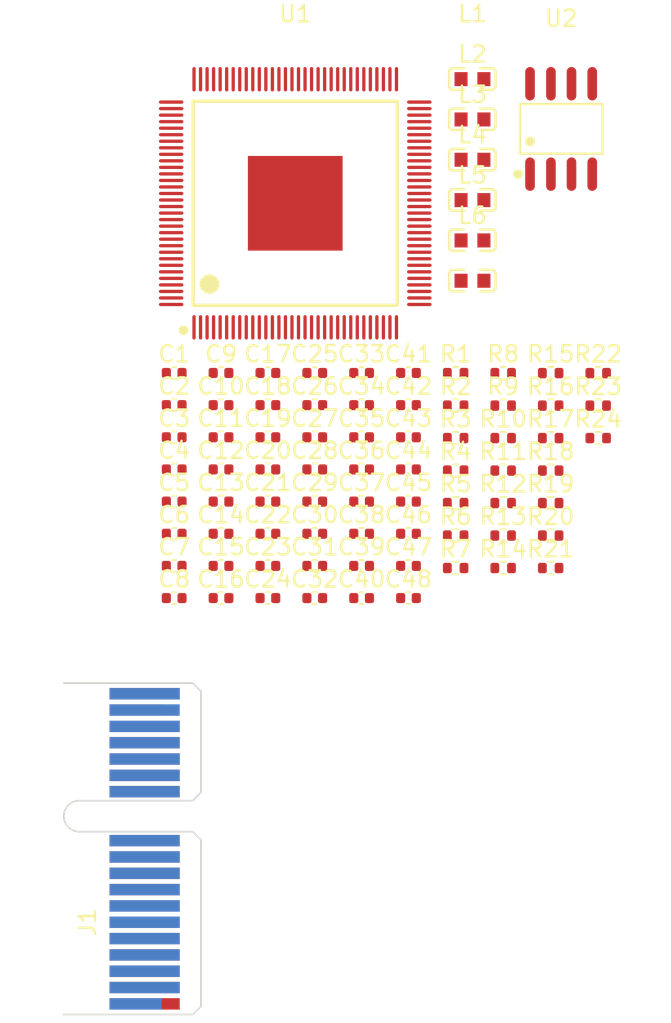
<source format=kicad_pcb>
(kicad_pcb (version 20221018) (generator pcbnew)
  (layers (0 "F.Cu" signal) (31 "B.Cu" signal) (34 "B.Paste" user) (35 "F.Paste" user) (36 "B.SilkS" user "B.Silkscreen") (37 "F.SilkS" user "F.Silkscreen") (38 "B.Mask" user) (39 "F.Mask" user) (44 "Edge.Cuts" user))
  (net 0 "")
  (net 1 "GND")
  (net 2 "/PCIE_SWITCH/+1.0V")
  (net 3 "/PCIE_SWITCH/+CVDDR")
  (net 4 "/PCIE_SWITCH/3.3V_PCIE")
  (net 5 "/PCIE_SWITCH/PCIE_RX_P")
  (net 6 "/PCIE_SWITCH/PET(0)_P")
  (net 7 "/PCIE_SWITCH/PCIE_RX_N")
  (net 8 "/PCIE_SWITCH/PET(0)_N")
  (net 9 "/PCIE_SWITCH/+VDDCAUX")
  (net 10 "/PCIE_SWITCH/+AVDDH")
  (net 11 "/PCIE_SWITCH/+AVDD")
  (net 12 "/PCIE_SWITCH/+VAUX")
  (net 13 "/PCIE_SWITCH/U1-REFLCOK_P")
  (net 14 "/PCIE_SWITCH/REFCLKO0_P")
  (net 15 "/PCIE_SWITCH/U1-REFLCOK_N")
  (net 16 "/PCIE_SWITCH/REFCLKO0_N")
  (net 17 "/PCIE_SWITCH/PET(1)_P")
  (net 18 "/PCIE_SWITCH/PCIe_TX_P(1)")
  (net 19 "/PCIE_SWITCH/PET(2)_P")
  (net 20 "/PCIE_SWITCH/PCIe_TX_P(2)")
  (net 21 "/PCIE_SWITCH/REFCLK(2)_N")
  (net 22 "/PCIE_SWITCH/REFCLCK_N(2)")
  (net 23 "/PCIE_SWITCH/PET(3)_P")
  (net 24 "/PCIE_SWITCH/PCIe_TX_P(3)")
  (net 25 "/PCIE_SWITCH/REFCLK(3)_N")
  (net 26 "/PCIE_SWITCH/REFCLCK_N(3)")
  (net 27 "/PCIE_SWITCH/REFCLK(1)_N")
  (net 28 "/PCIE_SWITCH/REFCLCK_N(1)")
  (net 29 "/PCIE_SWITCH/REFCLK(2)_P")
  (net 30 "/PCIE_SWITCH/REFCLCK_P(2)")
  (net 31 "/PCIE_SWITCH/REFCLK(3)_P")
  (net 32 "/PCIE_SWITCH/REFCLCK_P(3)")
  (net 33 "/PCIE_SWITCH/PET(1)_N")
  (net 34 "/PCIE_SWITCH/PCIe_TX_N(1)")
  (net 35 "/PCIE_SWITCH/REFCLK(1)_P")
  (net 36 "/PCIE_SWITCH/REFCLCK_P(1)")
  (net 37 "/PCIE_SWITCH/PET(2)_N")
  (net 38 "/PCIE_SWITCH/PCIe_TX_N(2)")
  (net 39 "/PCIE_SWITCH/PET(3)_N")
  (net 40 "/PCIE_SWITCH/PCIe_TX_N(3)")
  (net 42 "/PCIE_UPSTREAM/12V-PCIE")
  (net 47 "/PCIE_UPSTREAM/3.3V-PCIE")
  (net 48 "/PCIE_UPSTREAM/PCIE_N_RESET")
  (net 49 "/PCIE_UPSTREAM/PCIE_REFCLK_P")
  (net 50 "/PCIE_UPSTREAM/PCIE_REFCLK_N")
  (net 51 "/PCIE_UPSTREAM/PCIE_RX_P")
  (net 52 "/PCIE_UPSTREAM/PCIE_RX_N")
  (net 58 "/PCIE_UPSTREAM/PCIE_TX_P")
  (net 59 "/PCIE_UPSTREAM/PCIE_TX_N")
  (net 61 "/PCIE_SWITCH/+3.3V")
  (net 62 "/PCIE_SWITCH/CLOCKREQ_(0)")
  (net 63 "Net-(U1-TEST1)")
  (net 64 "Net-(U1-TEST2)")
  (net 65 "Net-(U1-TEST3)")
  (net 66 "Net-(U1-TEST5)")
  (net 67 "Net-(U1-SLOTCLK)")
  (net 68 "Net-(U1-GPIO[5])")
  (net 69 "Net-(U1-GPIO[6])")
  (net 70 "Net-(U1-GPIO[7])")
  (net 71 "Net-(U1-TEST6)")
  (net 72 "Net-(U1-PL_512B)")
  (net 73 "Net-(U1-PRSNT[1])")
  (net 74 "Net-(U1-PRSNT[2])")
  (net 75 "Net-(U1-PRSNT[3])")
  (net 76 "Net-(U1-IREF)")
  (net 77 "Net-(U1-REXT)")
  (net 78 "Net-(U1-REXT_GND)")
  (net 79 "Net-(U1-TRST_L)")
  (net 80 "Net-(U1-TMS)")
  (net 81 "/PCIE_SWITCH/EEPD")
  (net 82 "/PCIE_SWITCH/EECLK")
  (net 83 "/PCIE_SWITCH/CLOCKREQ_(1)")
  (net 84 "/PCIE_SWITCH/CLOCKREQ_(2)")
  (net 85 "/PCIE_SWITCH/CLOCKREQ_(3)")
  (net 86 "Net-(U2-~{WC})")
  (net 87 "/PCIE_SWITCH/DWNRST_L(1)")
  (net 88 "/PCIE_SWITCH/DWNRST_L(2)")
  (net 89 "/PCIE_SWITCH/DWNRST_L(3)")
  (net 90 "/PCIE_SWITCH/PERST_L")
  (net 94 "/PCIE_SWITCH/IO_SCL")
  (net 95 "/PCIE_SWITCH/IO_SDA")
  (net 116 "/PCIE_SWITCH/REFCLK(0)_N")
  (net 117 "/PCIE_SWITCH/REFCLK(0)_P")
  (net 121 "/PCIE_SWITCH/PER(1)_P")
  (net 122 "/PCIE_SWITCH/PER(1)_N")
  (net 123 "/PCIE_SWITCH/PER(2)_P")
  (net 124 "/PCIE_SWITCH/PER(2)_N")
  (net 126 "/PCIE_SWITCH/PER(3)_N")
  (net 127 "/PCIE_SWITCH/PER(3)_P")
  (net 128 "/PCIE_SWITCH/PER(0)_N")
  (net 129 "/PCIE_SWITCH/PER(0)_P")
  (footprint "Capacitor_SMD:C_0402_1005Metric" (layer "F.Cu") (at 78.2 74.7)
    (fp_text reference "C22" (at 0 -1.16) (layer "F.SilkS"))
    (fp_text value "100n")
    (pad "1" smd roundrect (at -0.48 0) (size 0.56 0.62) (layers "F.Cu" "F.Paste" "F.Mask") (net 1 "GND"))
    (pad "2" smd roundrect (at 0.48 0) (size 0.56 0.62) (layers "F.Cu" "F.Paste" "F.Mask") (net 2 "/PCIE_SWITCH/+1.0V"))
  )
  (footprint "Resistor_SMD:R_0402_1005Metric" (layer "F.Cu") (at 89.7 68.84)
    (fp_text reference "R3" (at 0 -1.17) (layer "F.SilkS"))
    (fp_text value "5.1k")
    (pad "1" smd roundrect (at -0.51 0) (size 0.54 0.64) (layers "F.Cu" "F.Paste" "F.Mask") (net 4 "/PCIE_SWITCH/3.3V_PCIE"))
    (pad "2" smd roundrect (at 0.51 0) (size 0.54 0.64) (layers "F.Cu" "F.Paste" "F.Mask") (net 64 "Net-(U1-TEST2)"))
  )
  (footprint "Capacitor_SMD:C_0402_1005Metric" (layer "F.Cu") (at 83.94 68.79)
    (fp_text reference "C35" (at 0 -1.16) (layer "F.SilkS"))
    (fp_text value "100n")
    (pad "1" smd roundrect (at -0.48 0) (size 0.56 0.62) (layers "F.Cu" "F.Paste" "F.Mask") (net 15 "/PCIE_SWITCH/U1-REFLCOK_N"))
    (pad "2" smd roundrect (at 0.48 0) (size 0.56 0.62) (layers "F.Cu" "F.Paste" "F.Mask") (net 16 "/PCIE_SWITCH/REFCLKO0_N"))
  )
  (footprint "Capacitor_SMD:C_0402_1005Metric" (layer "F.Cu") (at 86.81 66.82)
    (fp_text reference "C42" (at 0 -1.16) (layer "F.SilkS"))
    (fp_text value "100n")
    (pad "1" smd roundrect (at -0.48 0) (size 0.56 0.62) (layers "F.Cu" "F.Paste" "F.Mask") (net 29 "/PCIE_SWITCH/REFCLK(2)_P"))
    (pad "2" smd roundrect (at 0.48 0) (size 0.56 0.62) (layers "F.Cu" "F.Paste" "F.Mask") (net 30 "/PCIE_SWITCH/REFCLCK_P(2)"))
  )
  (footprint "Resistor_SMD:R_0402_1005Metric" (layer "F.Cu") (at 89.7 74.81)
    (fp_text reference "R6" (at 0 -1.17) (layer "F.SilkS"))
    (fp_text value "330")
    (pad "1" smd roundrect (at -0.51 0) (size 0.54 0.64) (layers "F.Cu" "F.Paste" "F.Mask") (net 4 "/PCIE_SWITCH/3.3V_PCIE"))
    (pad "2" smd roundrect (at 0.51 0) (size 0.54 0.64) (layers "F.Cu" "F.Paste" "F.Mask") (net 67 "Net-(U1-SLOTCLK)"))
  )
  (footprint "NEW:L0603" (layer "F.Cu") (at 90.73 59.2)
    (fp_text reference "L6" (at 0 -4) (layer "F.SilkS"))
    (fp_text value "MPZ1608D101BTA00")
    (pad "1" smd rect (at -0.7 0 180) (size 0.8 0.86) (layers "F.Cu" "F.Paste" "F.Mask") (net 11 "/PCIE_SWITCH/+AVDD"))
    (pad "2" smd rect (at 0.7 0 180) (size 0.8 0.86) (layers "F.Cu" "F.Paste" "F.Mask") (net 2 "/PCIE_SWITCH/+1.0V"))
  )
  (footprint "Capacitor_SMD:C_0402_1005Metric" (layer "F.Cu") (at 72.46 78.64)
    (fp_text reference "C8" (at 0 -1.16) (layer "F.SilkS"))
    (fp_text value "100n")
    (pad "1" smd roundrect (at -0.48 0) (size 0.56 0.62) (layers "F.Cu" "F.Paste" "F.Mask") (net 3 "/PCIE_SWITCH/+CVDDR"))
    (pad "2" smd roundrect (at 0.48 0) (size 0.56 0.62) (layers "F.Cu" "F.Paste" "F.Mask") (net 1 "GND"))
  )
  (footprint "Resistor_SMD:R_0402_1005Metric" (layer "F.Cu") (at 89.7 66.85)
    (fp_text reference "R2" (at 0 -1.17) (layer "F.SilkS"))
    (fp_text value "5.1k")
    (pad "1" smd roundrect (at -0.51 0) (size 0.54 0.64) (layers "F.Cu" "F.Paste" "F.Mask") (net 4 "/PCIE_SWITCH/3.3V_PCIE"))
    (pad "2" smd roundrect (at 0.51 0) (size 0.54 0.64) (layers "F.Cu" "F.Paste" "F.Mask") (net 63 "Net-(U1-TEST1)"))
  )
  (footprint "Capacitor_SMD:C_0402_1005Metric" (layer "F.Cu") (at 72.46 76.67)
    (fp_text reference "C7" (at 0 -1.16) (layer "F.SilkS"))
    (fp_text value "100n")
    (pad "1" smd roundrect (at -0.48 0) (size 0.56 0.62) (layers "F.Cu" "F.Paste" "F.Mask") (net 1 "GND"))
    (pad "2" smd roundrect (at 0.48 0) (size 0.56 0.62) (layers "F.Cu" "F.Paste" "F.Mask") (net 2 "/PCIE_SWITCH/+1.0V"))
  )
  (footprint "Capacitor_SMD:C_0402_1005Metric" (layer "F.Cu") (at 72.46 74.7)
    (fp_text reference "C6" (at 0 -1.16) (layer "F.SilkS"))
    (fp_text value "100n")
    (pad "1" smd roundrect (at -0.48 0) (size 0.56 0.62) (layers "F.Cu" "F.Paste" "F.Mask") (net 4 "/PCIE_SWITCH/3.3V_PCIE"))
    (pad "2" smd roundrect (at 0.48 0) (size 0.56 0.62) (layers "F.Cu" "F.Paste" "F.Mask") (net 1 "GND"))
  )
  (footprint "NEW:L0603" (layer "F.Cu") (at 90.73 56.73)
    (fp_text reference "L5" (at 0 -4) (layer "F.SilkS"))
    (fp_text value "MPZ1608D101BTA00")
    (pad "1" smd rect (at -0.7 0 180) (size 0.8 0.86) (layers "F.Cu" "F.Paste" "F.Mask") (net 12 "/PCIE_SWITCH/+VAUX"))
    (pad "2" smd rect (at 0.7 0 180) (size 0.8 0.86) (layers "F.Cu" "F.Paste" "F.Mask") (net 4 "/PCIE_SWITCH/3.3V_PCIE"))
  )
  (footprint "Capacitor_SMD:C_0402_1005Metric" (layer "F.Cu") (at 86.81 70.76)
    (fp_text reference "C44" (at 0 -1.16) (layer "F.SilkS"))
    (fp_text value "100n")
    (pad "1" smd roundrect (at -0.48 0) (size 0.56 0.62) (layers "F.Cu" "F.Paste" "F.Mask") (net 33 "/PCIE_SWITCH/PET(1)_N"))
    (pad "2" smd roundrect (at 0.48 0) (size 0.56 0.62) (layers "F.Cu" "F.Paste" "F.Mask") (net 34 "/PCIE_SWITCH/PCIe_TX_N(1)"))
  )
  (footprint "Capacitor_SMD:C_0402_1005Metric" (layer "F.Cu") (at 75.33 76.67)
    (fp_text reference "C15" (at 0 -1.16) (layer "F.SilkS"))
    (fp_text value "100n")
    (pad "1" smd roundrect (at -0.48 0) (size 0.56 0.62) (layers "F.Cu" "F.Paste" "F.Mask") (net 7 "/PCIE_SWITCH/PCIE_RX_N"))
    (pad "2" smd roundrect (at 0.48 0) (size 0.56 0.62) (layers "F.Cu" "F.Paste" "F.Mask") (net 8 "/PCIE_SWITCH/PET(0)_N"))
  )
  (footprint "Capacitor_SMD:C_0402_1005Metric" (layer "F.Cu") (at 75.33 72.73)
    (fp_text reference "C13" (at 0 -1.16) (layer "F.SilkS"))
    (fp_text value "100n")
    (pad "1" smd roundrect (at -0.48 0) (size 0.56 0.62) (layers "F.Cu" "F.Paste" "F.Mask") (net 1 "GND"))
    (pad "2" smd roundrect (at 0.48 0) (size 0.56 0.62) (layers "F.Cu" "F.Paste" "F.Mask") (net 2 "/PCIE_SWITCH/+1.0V"))
  )
  (footprint "Resistor_SMD:R_0402_1005Metric" (layer "F.Cu") (at 92.61 74.81)
    (fp_text reference "R13" (at 0 -1.17) (layer "F.SilkS"))
    (fp_text value "1k")
    (pad "1" smd roundrect (at -0.51 0) (size 0.54 0.64) (layers "F.Cu" "F.Paste" "F.Mask") (net 1 "GND"))
    (pad "2" smd roundrect (at 0.51 0) (size 0.54 0.64) (layers "F.Cu" "F.Paste" "F.Mask") (net 74 "Net-(U1-PRSNT[2])"))
  )
  (footprint "Capacitor_SMD:C_0402_1005Metric" (layer "F.Cu") (at 78.2 68.79)
    (fp_text reference "C19" (at 0 -1.16) (layer "F.SilkS"))
    (fp_text value "100n")
    (pad "1" smd roundrect (at -0.48 0) (size 0.56 0.62) (layers "F.Cu" "F.Paste" "F.Mask") (net 9 "/PCIE_SWITCH/+VDDCAUX"))
    (pad "2" smd roundrect (at 0.48 0) (size 0.56 0.62) (layers "F.Cu" "F.Paste" "F.Mask") (net 1 "GND"))
  )
  (footprint "Resistor_SMD:R_0402_1005Metric" (layer "F.Cu") (at 95.52 70.83)
    (fp_text reference "R18" (at 0 -1.17) (layer "F.SilkS"))
    (fp_text value "330")
    (pad "1" smd roundrect (at -0.51 0) (size 0.54 0.64) (layers "F.Cu" "F.Paste" "F.Mask") (net 80 "Net-(U1-TMS)"))
    (pad "2" smd roundrect (at 0.51 0) (size 0.54 0.64) (layers "F.Cu" "F.Paste" "F.Mask") (net 1 "GND"))
  )
  (footprint "Resistor_SMD:R_0402_1005Metric" (layer "F.Cu") (at 95.52 68.84)
    (fp_text reference "R17" (at 0 -1.17) (layer "F.SilkS"))
    (fp_text value "330")
    (pad "1" smd roundrect (at -0.51 0) (size 0.54 0.64) (layers "F.Cu" "F.Paste" "F.Mask") (net 79 "Net-(U1-TRST_L)"))
    (pad "2" smd roundrect (at 0.51 0) (size 0.54 0.64) (layers "F.Cu" "F.Paste" "F.Mask") (net 1 "GND"))
  )
  (footprint "Capacitor_SMD:C_0402_1005Metric" (layer "F.Cu") (at 81.07 72.73)
    (fp_text reference "C29" (at 0 -1.16) (layer "F.SilkS"))
    (fp_text value "100n")
    (pad "1" smd roundrect (at -0.48 0) (size 0.56 0.62) (layers "F.Cu" "F.Paste" "F.Mask") (net 11 "/PCIE_SWITCH/+AVDD"))
    (pad "2" smd roundrect (at 0.48 0) (size 0.56 0.62) (layers "F.Cu" "F.Paste" "F.Mask") (net 1 "GND"))
  )
  (footprint "Capacitor_SMD:C_0402_1005Metric" (layer "F.Cu") (at 75.33 78.64)
    (fp_text reference "C16" (at 0 -1.16) (layer "F.SilkS"))
    (fp_text value "100n")
    (pad "1" smd roundrect (at -0.48 0) (size 0.56 0.62) (layers "F.Cu" "F.Paste" "F.Mask") (net 4 "/PCIE_SWITCH/3.3V_PCIE"))
    (pad "2" smd roundrect (at 0.48 0) (size 0.56 0.62) (layers "F.Cu" "F.Paste" "F.Mask") (net 1 "GND"))
  )
  (footprint "Capacitor_SMD:C_0402_1005Metric" (layer "F.Cu") (at 86.81 76.67)
    (fp_text reference "C47" (at 0 -1.16) (layer "F.SilkS"))
    (fp_text value "100n")
    (pad "1" smd roundrect (at -0.48 0) (size 0.56 0.62) (layers "F.Cu" "F.Paste" "F.Mask") (net 39 "/PCIE_SWITCH/PET(3)_N"))
    (pad "2" smd roundrect (at 0.48 0) (size 0.56 0.62) (layers "F.Cu" "F.Paste" "F.Mask") (net 40 "/PCIE_SWITCH/PCIe_TX_N(3)"))
  )
  (footprint "Capacitor_SMD:C_0402_1005Metric" (layer "F.Cu") (at 83.94 64.85)
    (fp_text reference "C33" (at 0 -1.16) (layer "F.SilkS"))
    (fp_text value "10u")
    (pad "1" smd roundrect (at -0.48 0) (size 0.56 0.62) (layers "F.Cu" "F.Paste" "F.Mask") (net 11 "/PCIE_SWITCH/+AVDD"))
    (pad "2" smd roundrect (at 0.48 0) (size 0.56 0.62) (layers "F.Cu" "F.Paste" "F.Mask") (net 1 "GND"))
  )
  (footprint "Capacitor_SMD:C_0402_1005Metric" (layer "F.Cu") (at 72.46 70.76)
    (fp_text reference "C4" (at 0 -1.16) (layer "F.SilkS"))
    (fp_text value "100n")
    (pad "1" smd roundrect (at -0.48 0) (size 0.56 0.62) (layers "F.Cu" "F.Paste" "F.Mask") (net 1 "GND"))
    (pad "2" smd roundrect (at 0.48 0) (size 0.56 0.62) (layers "F.Cu" "F.Paste" "F.Mask") (net 2 "/PCIE_SWITCH/+1.0V"))
  )
  (footprint "Resistor_SMD:R_0402_1005Metric" (layer "F.Cu") (at 92.61 64.86)
    (fp_text reference "R8" (at 0 -1.17) (layer "F.SilkS"))
    (fp_text value "10k")
    (pad "1" smd roundrect (at -0.51 0) (size 0.54 0.64) (layers "F.Cu" "F.Paste" "F.Mask") (net 69 "Net-(U1-GPIO[6])"))
    (pad "2" smd roundrect (at 0.51 0) (size 0.54 0.64) (layers "F.Cu" "F.Paste" "F.Mask") (net 1 "GND"))
  )
  (footprint "Capacitor_SMD:C_0402_1005Metric" (layer "F.Cu") (at 81.07 78.64)
    (fp_text reference "C32" (at 0 -1.16) (layer "F.SilkS"))
    (fp_text value "100n")
    (pad "1" smd roundrect (at -0.48 0) (size 0.56 0.62) (layers "F.Cu" "F.Paste" "F.Mask") (net 11 "/PCIE_SWITCH/+AVDD"))
    (pad "2" smd roundrect (at 0.48 0) (size 0.56 0.62) (layers "F.Cu" "F.Paste" "F.Mask") (net 1 "GND"))
  )
  (footprint "Capacitor_SMD:C_0402_1005Metric" (layer "F.Cu") (at 75.33 70.76)
    (fp_text reference "C12" (at 0 -1.16) (layer "F.SilkS"))
    (fp_text value "100n")
    (pad "1" smd roundrect (at -0.48 0) (size 0.56 0.62) (layers "F.Cu" "F.Paste" "F.Mask") (net 4 "/PCIE_SWITCH/3.3V_PCIE"))
    (pad "2" smd roundrect (at 0.48 0) (size 0.56 0.62) (layers "F.Cu" "F.Paste" "F.Mask") (net 1 "GND"))
  )
  (footprint "Capacitor_SMD:C_0402_1005Metric" (layer "F.Cu") (at 75.33 66.82)
    (fp_text reference "C10" (at 0 -1.16) (layer "F.SilkS"))
    (fp_text value "100n")
    (pad "1" smd roundrect (at -0.48 0) (size 0.56 0.62) (layers "F.Cu" "F.Paste" "F.Mask") (net 1 "GND"))
    (pad "2" smd roundrect (at 0.48 0) (size 0.56 0.62) (layers "F.Cu" "F.Paste" "F.Mask") (net 2 "/PCIE_SWITCH/+1.0V"))
  )
  (footprint "Capacitor_SMD:C_0402_1005Metric" (layer "F.Cu") (at 72.46 66.82)
    (fp_text reference "C2" (at 0 -1.16) (layer "F.SilkS"))
    (fp_text value "100n")
    (pad "1" smd roundrect (at -0.48 0) (size 0.56 0.62) (layers "F.Cu" "F.Paste" "F.Mask") (net 3 "/PCIE_SWITCH/+CVDDR"))
    (pad "2" smd roundrect (at 0.48 0) (size 0.56 0.62) (layers "F.Cu" "F.Paste" "F.Mask") (net 1 "GND"))
  )
  (footprint "Capacitor_SMD:C_0402_1005Metric" (layer "F.Cu") (at 72.46 64.85)
    (fp_text reference "C1" (at 0 -1.16) (layer "F.SilkS"))
    (fp_text value "100n")
    (pad "1" smd roundrect (at -0.48 0) (size 0.56 0.62) (layers "F.Cu" "F.Paste" "F.Mask") (net 1 "GND"))
    (pad "2" smd roundrect (at 0.48 0) (size 0.56 0.62) (layers "F.Cu" "F.Paste" "F.Mask") (net 2 "/PCIE_SWITCH/+1.0V"))
  )
  (footprint "Capacitor_SMD:C_0402_1005Metric" (layer "F.Cu") (at 83.94 74.7)
    (fp_text reference "C38" (at 0 -1.16) (layer "F.SilkS"))
    (fp_text value "100n")
    (pad "1" smd roundrect (at -0.48 0) (size 0.56 0.62) (layers "F.Cu" "F.Paste" "F.Mask") (net 21 "/PCIE_SWITCH/REFCLK(2)_N"))
    (pad "2" smd roundrect (at 0.48 0) (size 0.56 0.62) (layers "F.Cu" "F.Paste" "F.Mask") (net 22 "/PCIE_SWITCH/REFCLCK_N(2)"))
  )
  (footprint "Capacitor_SMD:C_0402_1005Metric" (layer "F.Cu") (at 81.07 74.7)
    (fp_text reference "C30" (at 0 -1.16) (layer "F.SilkS"))
    (fp_text value "100n")
    (pad "1" smd roundrect (at -0.48 0) (size 0.56 0.62) (layers "F.Cu" "F.Paste" "F.Mask") (net 12 "/PCIE_SWITCH/+VAUX"))
    (pad "2" smd roundrect (at 0.48 0) (size 0.56 0.62) (layers "F.Cu" "F.Paste" "F.Mask") (net 1 "GND"))
  )
  (footprint "Resistor_SMD:R_0402_1005Metric" (layer "F.Cu") (at 89.7 76.8)
    (fp_text reference "R7" (at 0 -1.17) (layer "F.SilkS"))
    (fp_text value "10k")
    (pad "1" smd roundrect (at -0.51 0) (size 0.54 0.64) (layers "F.Cu" "F.Paste" "F.Mask") (net 68 "Net-(U1-GPIO[5])"))
    (pad "2" smd roundrect (at 0.51 0) (size 0.54 0.64) (layers "F.Cu" "F.Paste" "F.Mask") (net 1 "GND"))
  )
  (footprint "Resistor_SMD:R_0402_1005Metric" (layer "F.Cu") (at 92.61 66.85)
    (fp_text reference "R9" (at 0 -1.17) (layer "F.SilkS"))
    (fp_text value "10k")
    (pad "1" smd roundrect (at -0.51 0) (size 0.54 0.64) (layers "F.Cu" "F.Paste" "F.Mask") (net 70 "Net-(U1-GPIO[7])"))
    (pad "2" smd roundrect (at 0.51 0) (size 0.54 0.64) (layers "F.Cu" "F.Paste" "F.Mask") (net 1 "GND"))
  )
  (footprint "Resistor_SMD:R_0402_1005Metric" (layer "F.Cu") (at 98.43 64.86)
    (fp_text reference "R22" (at 0 -1.17) (layer "F.SilkS"))
    (fp_text value "330")
    (pad "1" smd roundrect (at -0.51 0) (size 0.54 0.64) (layers "F.Cu" "F.Paste" "F.Mask") (net 84 "/PCIE_SWITCH/CLOCKREQ_(2)"))
    (pad "2" smd roundrect (at 0.51 0) (size 0.54 0.64) (layers "F.Cu" "F.Paste" "F.Mask") (net 1 "GND"))
  )
  (footprint "Resistor_SMD:R_0402_1005Metric" (layer "F.Cu") (at 95.52 76.8)
    (fp_text reference "R21" (at 0 -1.17) (layer "F.SilkS"))
    (fp_text value "330")
    (pad "1" smd roundrect (at -0.51 0) (size 0.54 0.64) (layers "F.Cu" "F.Paste" "F.Mask") (net 83 "/PCIE_SWITCH/CLOCKREQ_(1)"))
    (pad "2" smd roundrect (at 0.51 0) (size 0.54 0.64) (layers "F.Cu" "F.Paste" "F.Mask") (net 1 "GND"))
  )
  (footprint "Connector_PCBEdge:BUS_PCIexpress_x1" (layer "F.Cu") (at 70.65 103.5 90)
    (fp_text reference "J1" (at 5 -3.5 90) (layer "F.SilkS"))
    (fp_text value "Bus_PCI_Express_x1")
    (fp_line (start -0.65 -4.95) (end -0.65 2.95) (stroke (width 0.1)) (layer "Edge.Cuts"))
    (fp_line (start -0.65 2.95) (end -0.15 3.45) (stroke (width 0.1)) (layer "Edge.Cuts"))
    (fp_line (start -0.15 3.45) (end 10.05 3.45) (stroke (width 0.1)) (layer "Edge.Cuts"))
    (fp_line (start 10.55 -4) (end 10.55 2.95) (stroke (width 0.1)) (layer "Edge.Cuts"))
    (fp_line (start 10.55 2.95) (end 10.05 3.45) (stroke (width 0.1)) (layer "Edge.Cuts"))
    (fp_line (start 12.45 -4) (end 12.45 2.95) (stroke (width 0.1)) (layer "Edge.Cuts"))
    (fp_line (start 12.45 2.95) (end 12.95 3.45) (stroke (width 0.1)) (layer "Edge.Cuts"))
    (fp_line (start 12.95 3.45) (end 19.15 3.45) (stroke (width 0.1)) (layer "Edge.Cuts"))
    (fp_line (start 19.65 -4.95) (end 19.65 2.95) (stroke (width 0.1)) (layer "Edge.Cuts"))
    (fp_line (start 19.65 2.95) (end 19.15 3.45) (stroke (width 0.1)) (layer "Edge.Cuts"))
    (fp_arc (start 10.55 -4) (mid 11.5 -4.95) (end 12.45 -4) (stroke (width 0.1)) (layer "Edge.Cuts"))
    (pad "A1" connect rect (at 0 -0.55 90) (size 0.7 3.2) (layers "B.Cu" "B.Mask"))
    (pad "A2" connect rect (at 1 0 90) (size 0.7 4.3) (layers "B.Cu" "B.Mask") (net 42 "/PCIE_UPSTREAM/12V-PCIE"))
    (pad "A3" connect rect (at 2 0 90) (size 0.7 4.3) (layers "B.Cu" "B.Mask") (net 42 "/PCIE_UPSTREAM/12V-PCIE"))
    (pad "A4" connect rect (at 3 0 90) (size 0.7 4.3) (layers "B.Cu" "B.Mask") (net 1 "GND"))
    (pad "A5" connect rect (at 4 0 90) (size 0.7 4.3) (layers "B.Cu" "B.Mask"))
    (pad "A6" connect rect (at 5 0 90) (size 0.7 4.3) (layers "B.Cu" "B.Mask"))
    (pad "A7" connect rect (at 6 0 90) (size 0.7 4.3) (layers "B.Cu" "B.Mask"))
    (pad "A8" connect rect (at 7 0 90) (size 0.7 4.3) (layers "B.Cu" "B.Mask"))
    (pad "A9" connect rect (at 8 0 90) (size 0.7 4.3) (layers "B.Cu" "B.Mask") (net 47 "/PCIE_UPSTREAM/3.3V-PCIE"))
    (pad "A10" connect rect (at 9 0 90) (size 0.7 4.3) (layers "B.Cu" "B.Mask") (net 47 "/PCIE_UPSTREAM/3.3V-PCIE"))
    (pad "A11" connect rect (at 10 0 90) (size 0.7 4.3) (layers "B.Cu" "B.Mask") (net 48 "/PCIE_UPSTREAM/PCIE_N_RESET"))
    (pad "A12" connect rect (at 13 0 90) (size 0.7 4.3) (layers "B.Cu" "B.Mask") (net 1 "GND"))
    (pad "A13" connect rect (at 14 0 90) (size 0.7 4.3) (layers "B.Cu" "B.Mask") (net 49 "/PCIE_UPSTREAM/PCIE_REFCLK_P"))
    (pad "A14" connect rect (at 15 0 90) (size 0.7 4.3) (layers "B.Cu" "B.Mask") (net 50 "/PCIE_UPSTREAM/PCIE_REFCLK_N"))
    (pad "A15" connect rect (at 16 0 90) (size 0.7 4.3) (layers "B.Cu" "B.Mask") (net 1 "GND"))
    (pad "A16" connect rect (at 17 0 90) (size 0.7 4.3) (layers "B.Cu" "B.Mask") (net 51 "/PCIE_UPSTREAM/PCIE_RX_P"))
    (pad "A17" connect rect (at 18 0 90) (size 0.7 4.3) (layers "B.Cu" "B.Mask") (net 52 "/PCIE_UPSTREAM/PCIE_RX_N"))
    (pad "A18" connect rect (at 19 0 90) (size 0.7 4.3) (layers "B.Cu" "B.Mask") (net 1 "GND"))
    (pad "B1" connect rect (at 0 0 90) (size 0.7 4.3) (layers "F.Cu" "F.Mask") (net 42 "/PCIE_UPSTREAM/12V-PCIE"))
    (pad "B2" connect rect (at 1 0 90) (size 0.7 4.3) (layers "F.Cu" "F.Mask") (net 42 "/PCIE_UPSTREAM/12V-PCIE"))
    (pad "B3" connect rect (at 2 0 90) (size 0.7 4.3) (layers "F.Cu" "F.Mask") (net 42 "/PCIE_UPSTREAM/12V-PCIE"))
    (pad "B4" connect rect (at 3 0 90) (size 0.7 4.3) (layers "F.Cu" "F.Mask") (net 1 "GND"))
    (pad "B5" connect rect (at 4 0 90) (size 0.7 4.3) (layers "F.Cu" "F.Mask"))
    (pad "B6" connect rect (at 5 0 90) (size 0.7 4.3) (layers "F.Cu" "F.Mask"))
    (pad "B7" connect rect (at 6 0 90) (size 0.7 4.3) (layers "F.Cu" "F.Mask") (net 1 "GND"))
    (pad "B8" connect rect (at 7 0 90) (size 0.7 4.3) (layers "F.Cu" "F.Mask") (net 47 "/PCIE_UPSTREAM/3.3V-PCIE"))
    (pad "B9" connect rect (at 8 0 90) (size 0.7 4.3) (layers "F.Cu" "F.Mask"))
    (pad "B10" connect rect (at 9 0 90) (size 0.7 4.3) (layers "F.Cu" "F.Mask") (net 47 "/PCIE_UPSTREAM/3.3V-PCIE"))
    (pad "B11" connect rect (at 10 0 90) (size 0.7 4.3) (layers "F.Cu" "F.Mask"))
    (pad "B12" connect rect (at 13 0 90) (size 0.7 4.3) (layers "F.Cu" "F.Mask"))
    (pad "B13" connect rect (at 14 0 90) (size 0.7 4.3) (layers "F.Cu" "F.Mask") (net 1 "GND"))
    (pad "B14" connect rect (at 15 0 90) (size 0.7 4.3) (layers "F.Cu" "F.Mask") (net 58 "/PCIE_UPSTREAM/PCIE_TX_P"))
    (pad "B15" connect rect (at 16 0 90) (size 0.7 4.3) (layers "F.Cu" "F.Mask") (net 59 "/PCIE_UPSTREAM/PCIE_TX_N"))
    (pad "B16" connect rect (at 17 0 90) (size 0.7 4.3) (layers "F.Cu" "F.Mask") (net 1 "GND"))
    (pad "B17" connect rect (at 18 -0.55 90) (size 0.7 3.2) (layers "F.Cu" "F.Mask"))
    (pad "B18" connect rect (at 19 0 90) (size 0.7 4.3) (layers "F.Cu" "F.Mask") (net 1 "GND"))
  )
  (footprint "Resistor_SMD:R_0402_1005Metric" (layer "F.Cu") (at 95.52 72.82)
    (fp_text reference "R19" (at 0 -1.17) (layer "F.SilkS"))
    (fp_text value "5.1k")
    (pad "1" smd roundrect (at -0.51 0) (size 0.54 0.64) (layers "F.Cu" "F.Paste" "F.Mask") (net 4 "/PCIE_SWITCH/3.3V_PCIE"))
    (pad "2" smd roundrect (at 0.51 0) (size 0.54 0.64) (layers "F.Cu" "F.Paste" "F.Mask") (net 81 "/PCIE_SWITCH/EEPD"))
  )
  (footprint "Capacitor_SMD:C_0402_1005Metric" (layer "F.Cu") (at 86.81 68.79)
    (fp_text reference "C43" (at 0 -1.16) (layer "F.SilkS"))
    (fp_text value "100n")
    (pad "1" smd roundrect (at -0.48 0) (size 0.56 0.62) (layers "F.Cu" "F.Paste" "F.Mask") (net 31 "/PCIE_SWITCH/REFCLK(3)_P"))
    (pad "2" smd roundrect (at 0.48 0) (size 0.56 0.62) (layers "F.Cu" "F.Paste" "F.Mask") (net 32 "/PCIE_SWITCH/REFCLCK_P(3)"))
  )
  (footprint "Resistor_SMD:R_0402_1005Metric" (layer "F.Cu") (at 98.43 66.85)
    (fp_text reference "R23" (at 0 -1.17) (layer "F.SilkS"))
    (fp_text value "330")
    (pad "1" smd roundrect (at -0.51 0) (size 0.54 0.64) (layers "F.Cu" "F.Paste" "F.Mask") (net 85 "/PCIE_SWITCH/CLOCKREQ_(3)"))
    (pad "2" smd roundrect (at 0.51 0) (size 0.54 0.64) (layers "F.Cu" "F.Paste" "F.Mask") (net 1 "GND"))
  )
  (footprint "Capacitor_SMD:C_0402_1005Metric" (layer "F.Cu") (at 81.07 66.82)
    (fp_text reference "C26" (at 0 -1.16) (layer "F.SilkS"))
    (fp_text value "100n")
    (pad "1" smd roundrect (at -0.48 0) (size 0.56 0.62) (layers "F.Cu" "F.Paste" "F.Mask") (net 10 "/PCIE_SWITCH/+AVDDH"))
    (pad "2" smd roundrect (at 0.48 0) (size 0.56 0.62) (layers "F.Cu" "F.Paste" "F.Mask") (net 1 "GND"))
  )
  (footprint "Capacitor_SMD:C_0402_1005Metric" (layer "F.Cu") (at 78.2 72.73)
    (fp_text reference "C21" (at 0 -1.16) (layer "F.SilkS"))
    (fp_text value "100n")
    (pad "1" smd roundrect (at -0.48 0) (size 0.56 0.62) (layers "F.Cu" "F.Paste" "F.Mask") (net 9 "/PCIE_SWITCH/+VDDCAUX"))
    (pad "2" smd roundrect (at 0.48 0) (size 0.56 0.62) (layers "F.Cu" "F.Paste" "F.Mask") (net 1 "GND"))
  )
  (footprint "NEW:L0603" (layer "F.Cu") (at 90.73 46.85)
    (fp_text reference "L1" (at 0 -4) (layer "F.SilkS"))
    (fp_text value "MPZ1608D101BTA00")
    (pad "1" smd rect (at -0.7 0 180) (size 0.8 0.86) (layers "F.Cu" "F.Paste" "F.Mask") (net 61 "/PCIE_SWITCH/+3.3V"))
    (pad "2" smd rect (at 0.7 0 180) (size 0.8 0.86) (layers "F.Cu" "F.Paste" "F.Mask") (net 4 "/PCIE_SWITCH/3.3V_PCIE"))
  )
  (footprint "Capacitor_SMD:C_0402_1005Metric" (layer "F.Cu") (at 75.33 68.79)
    (fp_text reference "C11" (at 0 -1.16) (layer "F.SilkS"))
    (fp_text value "100n")
    (pad "1" smd roundrect (at -0.48 0) (size 0.56 0.62) (layers "F.Cu" "F.Paste" "F.Mask") (net 3 "/PCIE_SWITCH/+CVDDR"))
    (pad "2" smd roundrect (at 0.48 0) (size 0.56 0.62) (layers "F.Cu" "F.Paste" "F.Mask") (net 1 "GND"))
  )
  (footprint "Resistor_SMD:R_0402_1005Metric" (layer "F.Cu") (at 95.52 64.86)
    (fp_text reference "R15" (at 0 -1.17) (layer "F.SilkS"))
    (fp_text value "475")
    (pad "1" smd roundrect (at -0.51 0) (size 0.54 0.64) (layers "F.Cu" "F.Paste" "F.Mask") (net 76 "Net-(U1-IREF)"))
    (pad "2" smd roundrect (at 0.51 0) (size 0.54 0.64) (layers "F.Cu" "F.Paste" "F.Mask") (net 1 "GND"))
  )
  (footprint "Capacitor_SMD:C_0402_1005Metric" (layer "F.Cu") (at 86.81 64.85)
    (fp_text reference "C41" (at 0 -1.16) (layer "F.SilkS"))
    (fp_text value "100n")
    (pad "1" smd roundrect (at -0.48 0) (size 0.56 0.62) (layers "F.Cu" "F.Paste" "F.Mask") (net 27 "/PCIE_SWITCH/REFCLK(1)_N"))
    (pad "2" smd roundrect (at 0.48 0) (size 0.56 0.62) (layers "F.Cu" "F.Paste" "F.Mask") (net 28 "/PCIE_SWITCH/REFCLCK_N(1)"))
  )
  (footprint "NEW:LQFP-128_L14.0-W14.0-P0.40-LS16.0-BL-EP5.8" (layer "F.Cu") (at 79.875 54.455)
    (fp_text reference "U1" (at 0 -11.6) (layer "F.SilkS"))
    (fp_text value "PI7C9X2G404SLBFDEX")
    (pad "1" smd oval (at -6.2 7.6) (size 0.2 1.5) (layers "F.Cu" "F.Paste" "F.Mask") (net 4 "/PCIE_SWITCH/3.3V_PCIE"))
    (pad "2" smd oval (at -5.8 7.6) (size 0.2 1.5) (layers "F.Cu" "F.Paste" "F.Mask") (net 1 "GND"))
    (pad "3" smd oval (at -5.4 7.6) (size 0.2 1.5) (layers "F.Cu" "F.Paste" "F.Mask") (net 2 "/PCIE_SWITCH/+1.0V"))
    (pad "4" smd oval (at -5 7.6) (size 0.2 1.5) (layers "F.Cu" "F.Paste" "F.Mask") (net 1 "GND"))
    (pad "5" smd oval (at -4.6 7.6) (size 0.2 1.5) (layers "F.Cu" "F.Paste" "F.Mask") (net 87 "/PCIE_SWITCH/DWNRST_L(1)"))
    (pad "6" smd oval (at -4.2 7.6) (size 0.2 1.5) (layers "F.Cu" "F.Paste" "F.Mask") (net 88 "/PCIE_SWITCH/DWNRST_L(2)"))
    (pad "7" smd oval (at -3.8 7.6) (size 0.2 1.5) (layers "F.Cu" "F.Paste" "F.Mask") (net 89 "/PCIE_SWITCH/DWNRST_L(3)"))
    (pad "8" smd oval (at -3.4 7.6) (size 0.2 1.5) (layers "F.Cu" "F.Paste" "F.Mask") (net 4 "/PCIE_SWITCH/3.3V_PCIE"))
    (pad "9" smd oval (at -3 7.6) (size 0.2 1.5) (layers "F.Cu" "F.Paste" "F.Mask") (net 63 "Net-(U1-TEST1)"))
    (pad "10" smd oval (at -2.6 7.6) (size 0.2 1.5) (layers "F.Cu" "F.Paste" "F.Mask") (net 90 "/PCIE_SWITCH/PERST_L"))
    (pad "11" smd oval (at -2.2 7.6) (size 0.2 1.5) (layers "F.Cu" "F.Paste" "F.Mask") (net 1 "GND"))
    (pad "12" smd oval (at -1.8 7.6) (size 0.2 1.5) (layers "F.Cu" "F.Paste" "F.Mask") (net 1 "GND"))
    (pad "13" smd oval (at -1.4 7.6) (size 0.2 1.5) (layers "F.Cu" "F.Paste" "F.Mask") (net 9 "/PCIE_SWITCH/+VDDCAUX"))
    (pad "14" smd oval (at -1 7.6) (size 0.2 1.5) (layers "F.Cu" "F.Paste" "F.Mask") (net 9 "/PCIE_SWITCH/+VDDCAUX"))
    (pad "15" smd oval (at -0.6 7.6) (size 0.2 1.5) (layers "F.Cu" "F.Paste" "F.Mask") (net 12 "/PCIE_SWITCH/+VAUX"))
    (pad "16" smd oval (at -0.2 7.6) (size 0.2 1.5) (layers "F.Cu" "F.Paste" "F.Mask") (net 64 "Net-(U1-TEST2)"))
    (pad "17" smd oval (at 0.2 7.6) (size 0.2 1.5) (layers "F.Cu" "F.Paste" "F.Mask") (net 65 "Net-(U1-TEST3)"))
    (pad "18" smd oval (at 0.6 7.6) (size 0.2 1.5) (layers "F.Cu" "F.Paste" "F.Mask"))
    (pad "19" smd oval (at 1 7.6) (size 0.2 1.5) (layers "F.Cu" "F.Paste" "F.Mask") (net 73 "Net-(U1-PRSNT[1])"))
    (pad "20" smd oval (at 1.4 7.6) (size 0.2 1.5) (layers "F.Cu" "F.Paste" "F.Mask") (net 74 "Net-(U1-PRSNT[2])"))
    (pad "21" smd oval (at 1.8 7.6) (size 0.2 1.5) (layers "F.Cu" "F.Paste" "F.Mask") (net 75 "Net-(U1-PRSNT[3])"))
    (pad "22" smd oval (at 2.2 7.6) (size 0.2 1.5) (layers "F.Cu" "F.Paste" "F.Mask"))
    (pad "23" smd oval (at 2.6 7.6) (size 0.2 1.5) (layers "F.Cu" "F.Paste" "F.Mask") (net 2 "/PCIE_SWITCH/+1.0V"))
    (pad "24" smd oval (at 3 7.6) (size 0.2 1.5) (layers "F.Cu" "F.Paste" "F.Mask"))
    (pad "25" smd oval (at 3.4 7.6) (size 0.2 1.5) (layers "F.Cu" "F.Paste" "F.Mask") (net 66 "Net-(U1-TEST5)"))
    (pad "26" smd oval (at 3.8 7.6) (size 0.2 1.5) (layers "F.Cu" "F.Paste" "F.Mask") (net 94 "/PCIE_SWITCH/IO_SCL"))
    (pad "27" smd oval (at 4.2 7.6) (size 0.2 1.5) (layers "F.Cu" "F.Paste" "F.Mask") (net 95 "/PCIE_SWITCH/IO_SDA"))
    (pad "28" smd oval (at 4.6 7.6) (size 0.2 1.5) (layers "F.Cu" "F.Paste" "F.Mask"))
    (pad "29" smd oval (at 5 7.6) (size 0.2 1.5) (layers "F.Cu" "F.Paste" "F.Mask") (net 2 "/PCIE_SWITCH/+1.0V"))
    (pad "30" smd oval (at 5.4 7.6) (size 0.2 1.5) (layers "F.Cu" "F.Paste" "F.Mask") (net 1 "GND"))
    (pad "31" smd oval (at 5.8 7.6) (size 0.2 1.5) (layers "F.Cu" "F.Paste" "F.Mask") (net 2 "/PCIE_SWITCH/+1.0V"))
    (pad "32" smd oval (at 6.2 7.6) (size 0.2 1.5) (layers "F.Cu" "F.Paste" "F.Mask") (net 1 "GND"))
    (pad "33" smd oval (at 7.6 6.2 90) (size 0.2 1.5) (layers "F.Cu" "F.Paste" "F.Mask") (net 67 "Net-(U1-SLOTCLK)"))
    (pad "34" smd oval (at 7.6 5.8 90) (size 0.2 1.5) (layers "F.Cu" "F.Paste" "F.Mask") (net 1 "GND"))
    (pad "35" smd oval (at 7.6 5.4 90) (size 0.2 1.5) (layers "F.Cu" "F.Paste" "F.Mask"))
    (pad "36" smd oval (at 7.6 5 90) (size 0.2 1.5) (layers "F.Cu" "F.Paste" "F.Mask"))
    (pad "37" smd oval (at 7.6 4.6 90) (size 0.2 1.5) (layers "F.Cu" "F.Paste" "F.Mask"))
    (pad "38" smd oval (at 7.6 4.2 90) (size 0.2 1.5) (layers "F.Cu" "F.Paste" "F.Mask"))
    (pad "39" smd oval (at 7.6 3.8 90) (size 0.2 1.5) (layers "F.Cu" "F.Paste" "F.Mask"))
    (pad "40" smd oval (at 7.6 3.4 90) (size 0.2 1.5) (layers "F.Cu" "F.Paste" "F.Mask") (net 2 "/PCIE_SWITCH/+1.0V"))
    (pad "41" smd oval (at 7.6 3 90) (size 0.2 1.5) (layers "F.Cu" "F.Paste" "F.Mask") (net 1 "GND"))
    (pad "42" smd oval (at 7.6 2.6 90) (size 0.2 1.5) (layers "F.Cu" "F.Paste" "F.Mask") (net 68 "Net-(U1-GPIO[5])"))
    (pad "43" smd oval (at 7.6 2.2 90) (size 0.2 1.5) (layers "F.Cu" "F.Paste" "F.Mask") (net 69 "Net-(U1-GPIO[6])"))
    (pad "44" smd oval (at 7.6 1.8 90) (size 0.2 1.5) (layers "F.Cu" "F.Paste" "F.Mask") (net 70 "Net-(U1-GPIO[7])"))
    (pad "45" smd oval (at 7.6 1.4 90) (size 0.2 1.5) (layers "F.Cu" "F.Paste" "F.Mask"))
    (pad "46" smd oval (at 7.6 1 90) (size 0.2 1.5) (layers "F.Cu" "F.Paste" "F.Mask"))
    (pad "47" smd oval (at 7.6 0.6 90) (size 0.2 1.5) (layers "F.Cu" "F.Paste" "F.Mask"))
    (pad "48" smd oval (at 7.6 0.2 90) (size 0.2 1.5) (layers "F.Cu" "F.Paste" "F.Mask"))
    (pad "49" smd oval (at 7.6 -0.2 90) (size 0.2 1.5) (layers "F.Cu" "F.Paste" "F.Mask") (net 4 "/PCIE_SWITCH/3.3V_PCIE"))
    (pad "50" smd oval (at 7.6 -0.6 90) (size 0.2 1.5) (layers "F.Cu" "F.Paste" "F.Mask") (net 1 "GND"))
    (pad "51" smd oval (at 7.6 -1 90) (size 0.2 1.5) (layers "F.Cu" "F.Paste" "F.Mask") (net 71 "Net-(U1-TEST6)"))
    (pad "52" smd oval (at 7.6 -1.4 90) (size 0.2 1.5) (layers "F.Cu" "F.Paste" "F.Mask"))
    (pad "53" smd oval (at 7.6 -1.8 90) (size 0.2 1.5) (layers "F.Cu" "F.Paste" "F.Mask") (net 72 "Net-(U1-PL_512B)"))
    (pad "54" smd oval (at 7.6 -2.2 90) (size 0.2 1.5) (layers "F.Cu" "F.Paste" "F.Mask"))
    (pad "55" smd oval (at 7.6 -2.6 90) (size 0.2 1.5) (layers "F.Cu" "F.Paste" "F.Mask") (net 2 "/PCIE_SWITCH/+1.0V"))
    (pad "56" smd oval (at 7.6 -3 90) (size 0.2 1.5) (layers "F.Cu" "F.Paste" "F.Mask") (net 1 "GND"))
    (pad "57" smd oval (at 7.6 -3.4 90) (size 0.2 1.5) (layers "F.Cu" "F.Paste" "F.Mask"))
    (pad "58" smd oval (at 7.6 -3.8 90) (size 0.2 1.5) (layers "F.Cu" "F.Paste" "F.Mask"))
    (pad "59" smd oval (at 7.6 -4.2 90) (size 0.2 1.5) (layers "F.Cu" "F.Paste" "F.Mask"))
    (pad "60" smd oval (at 7.6 -4.6 90) (size 0.2 1.5) (layers "F.Cu" "F.Paste" "F.Mask"))
    (pad "61" smd oval (at 7.6 -5 90) (size 0.2 1.5) (layers "F.Cu" "F.Paste" "F.Mask") (net 1 "GND"))
    (pad "62" smd oval (at 7.6 -5.4 90) (size 0.2 1.5) (layers "F.Cu" "F.Paste" "F.Mask") (net 2 "/PCIE_SWITCH/+1.0V"))
    (pad "63" smd oval (at 7.6 -5.8 90) (size 0.2 1.5) (layers "F.Cu" "F.Paste" "F.Mask") (net 1 "GND"))
    (pad "64" smd oval (at 7.6 -6.2 90) (size 0.2 1.5) (layers "F.Cu" "F.Paste" "F.Mask") (net 4 "/PCIE_SWITCH/3.3V_PCIE"))
    (pad "65" smd oval (at 6.2 -7.6 180) (size 0.2 1.5) (layers "F.Cu" "F.Paste" "F.Mask") (net 2 "/PCIE_SWITCH/+1.0V"))
    (pad "66" smd oval (at 5.8 -7.6 180) (size 0.2 1.5) (layers "F.Cu" "F.Paste" "F.Mask") (net 1 "GND"))
    (pad "67" smd oval (at 5.4 -7.6 180) (size 0.2 1.5) (layers "F.Cu" "F.Paste" "F.Mask"))
    (pad "68" smd oval (at 5 -7.6 180) (size 0.2 1.5) (layers "F.Cu" "F.Paste" "F.Mask"))
    (pad "69" smd oval (at 4.6 -7.6 180) (size 0.2 1.5) (layers "F.Cu" "F.Paste" "F.Mask"))
    (pad "70" smd oval (at 4.2 -7.6 180) (size 0.2 1.5) (layers "F.Cu" "F.Paste" "F.Mask") (net 82 "/PCIE_SWITCH/EECLK"))
    (pad "71" smd oval (at 3.8 -7.6 180) (size 0.2 1.5) (layers "F.Cu" "F.Paste" "F.Mask") (net 81 "/PCIE_SWITCH/EEPD"))
    (pad "72" smd oval (at 3.4 -7.6 180) (size 0.2 1.5) (layers "F.Cu" "F.Paste" "F.Mask"))
    (pad "73" smd oval (at 3 -7.6 180) (size 0.2 1.5) (layers "F.Cu" "F.Paste" "F.Mask") (net 116 "/PCIE_SWITCH/REFCLK(0)_N"))
    (pad "74" smd oval (at 2.6 -7.6 180) (size 0.2 1.5) (layers "F.Cu" "F.Paste" "F.Mask") (net 117 "/PCIE_SWITCH/REFCLK(0)_P"))
    (pad "75" smd oval (at 2.2 -7.6 180) (size 0.2 1.5) (layers "F.Cu" "F.Paste" "F.Mask") (net 25 "/PCIE_SWITCH/REFCLK(3)_N"))
    (pad "76" smd oval (at 1.8 -7.6 180) (size 0.2 1.5) (layers "F.Cu" "F.Paste" "F.Mask") (net 31 "/PCIE_SWITCH/REFCLK(3)_P"))
    (pad "77" smd oval (at 1.4 -7.6 180) (size 0.2 1.5) (layers "F.Cu" "F.Paste" "F.Mask") (net 21 "/PCIE_SWITCH/REFCLK(2)_N"))
    (pad "78" smd oval (at 1 -7.6 180) (size 0.2 1.5) (layers "F.Cu" "F.Paste" "F.Mask") (net 29 "/PCIE_SWITCH/REFCLK(2)_P"))
    (pad "79" smd oval (at 0.6 -7.6 180) (size 0.2 1.5) (layers "F.Cu" "F.Paste" "F.Mask") (net 3 "/PCIE_SWITCH/+CVDDR"))
    (pad "80" smd oval (at 0.2 -7.6 180) (size 0.2 1.5) (layers "F.Cu" "F.Paste" "F.Mask") (net 27 "/PCIE_SWITCH/REFCLK(1)_N"))
    (pad "81" smd oval (at -0.2 -7.6 180) (size 0.2 1.5) (layers "F.Cu" "F.Paste" "F.Mask") (net 35 "/PCIE_SWITCH/REFCLK(1)_P"))
    (pad "82" smd oval (at -0.6 -7.6 180) (size 0.2 1.5) (layers "F.Cu" "F.Paste" "F.Mask") (net 3 "/PCIE_SWITCH/+CVDDR"))
    (pad "83" smd oval (at -1 -7.6 180) (size 0.2 1.5) (layers "F.Cu" "F.Paste" "F.Mask") (net 15 "/PCIE_SWITCH/U1-REFLCOK_N"))
    (pad "84" smd oval (at -1.4 -7.6 180) (size 0.2 1.5) (layers "F.Cu" "F.Paste" "F.Mask") (net 3 "/PCIE_SWITCH/+CVDDR"))
    (pad "85" smd oval (at -1.8 -7.6 180) (size 0.2 1.5) (layers "F.Cu" "F.Paste" "F.Mask") (net 13 "/PCIE_SWITCH/U1-REFLCOK_P"))
    (pad "86" smd oval (at -2.2 -7.6 180) (size 0.2 1.5) (layers "F.Cu" "F.Paste" "F.Mask") (net 76 "Net-(U1-IREF)"))
    (pad "87" smd oval (at -2.6 -7.6 180) (size 0.2 1.5) (layers "F.Cu" "F.Paste" "F.Mask") (net 1 "GND"))
    (pad "88" smd oval (at -3 -7.6 180) (size 0.2 1.5) (layers "F.Cu" "F.Paste" "F.Mask"))
    (pad "89" smd oval (at -3.4 -7.6 180) (size 0.2 1.5) (layers "F.Cu" "F.Paste" "F.Mask"))
    (pad "90" smd oval (at -3.8 -7.6 180) (size 0.2 1.5) (layers "F.Cu" "F.Paste" "F.Mask") (net 1 "GND"))
    (pad "91" smd oval (at -4.2 -7.6 180) (size 0.2 1.5) (layers "F.Cu" "F.Paste" "F.Mask") (net 2 "/PCIE_SWITCH/+1.0V"))
    (pad "92" smd oval (at -4.6 -7.6 180) (size 0.2 1.5) (layers "F.Cu" "F.Paste" "F.Mask") (net 80 "Net-(U1-TMS)"))
    (pad "93" smd oval (at -5 -7.6 180) (size 0.2 1.5) (layers "F.Cu" "F.Paste" "F.Mask"))
    (pad "94" smd oval (at -5.4 -7.6 180) (size 0.2 1.5) (layers "F.Cu" "F.Paste" "F.Mask") (net 79 "Net-(U1-TRST_L)"))
    (pad "95" smd oval (at -5.8 -7.6 180) (size 0.2 1.5) (layers "F.Cu" "F.Paste" "F.Mask") (net 1 "GND"))
    (pad "96" smd oval (at -6.2 -7.6 180) (size 0.2 1.5) (layers "F.Cu" "F.Paste" "F.Mask") (net 4 "/PCIE_SWITCH/3.3V_PCIE"))
    (pad "97" smd oval (at -7.6 -6.2 270) (size 0.2 1.5) (layers "F.Cu" "F.Paste" "F.Mask") (net 121 "/PCIE_SWITCH/PER(1)_P"))
    (pad "98" smd oval (at -7.6 -5.8 270) (size 0.2 1.5) (layers "F.Cu" "F.Paste" "F.Mask") (net 122 "/PCIE_SWITCH/PER(1)_N"))
    (pad "99" smd oval (at -7.6 -5.4 270) (size 0.2 1.5) (layers "F.Cu" "F.Paste" "F.Mask") (net 11 "/PCIE_SWITCH/+AVDD"))
    (pad "100" smd oval (at -7.6 -5 270) (size 0.2 1.5) (layers "F.Cu" "F.Paste" "F.Mask") (net 17 "/PCIE_SWITCH/PET(1)_P"))
    (pad "101" smd oval (at -7.6 -4.6 270) (size 0.2 1.5) (layers "F.Cu" "F.Paste" "F.Mask") (net 33 "/PCIE_SWITCH/PET(1)_N"))
    (pad "102" smd oval (at -7.6 -4.2 270) (size 0.2 1.5) (layers "F.Cu" "F.Paste" "F.Mask") (net 123 "/PCIE_SWITCH/PER(2)_P"))
    (pad "103" smd oval (at -7.6 -3.8 270) (size 0.2 1.5) (layers "F.Cu" "F.Paste" "F.Mask") (net 124 "/PCIE_SWITCH/PER(2)_N"))
    (pad "104" smd oval (at -7.6 -3.4 270) (size 0.2 1.5) (layers "F.Cu" "F.Paste" "F.Mask") (net 1 "GND"))
    (pad "105" smd oval (at -7.6 -3 270) (size 0.2 1.5) (layers "F.Cu" "F.Paste" "F.Mask") (net 11 "/PCIE_SWITCH/+AVDD"))
    (pad "106" smd oval (at -7.6 -2.6 270) (size 0.2 1.5) (layers "F.Cu" "F.Paste" "F.Mask") (net 19 "/PCIE_SWITCH/PET(2)_P"))
    (pad "107" smd oval (at -7.6 -2.2 270) (size 0.2 1.5) (layers "F.Cu" "F.Paste" "F.Mask") (net 37 "/PCIE_SWITCH/PET(2)_N"))
    (pad "108" smd oval (at -7.6 -1.8 270) (size 0.2 1.5) (layers "F.Cu" "F.Paste" "F.Mask") (net 11 "/PCIE_SWITCH/+AVDD"))
    (pad "109" smd oval (at -7.6 -1.4 270) (size 0.2 1.5) (layers "F.Cu" "F.Paste" "F.Mask") (net 1 "GND"))
    (pad "110" smd oval (at -7.6 -1 270) (size 0.2 1.5) (layers "F.Cu" "F.Paste" "F.Mask") (net 14 "/PCIE_SWITCH/REFCLKO0_P"))
    (pad "111" smd oval (at -7.6 -0.6 270) (size 0.2 1.5) (layers "F.Cu" "F.Paste" "F.Mask") (net 16 "/PCIE_SWITCH/REFCLKO0_N"))
    (pad "112" smd oval (at -7.6 -0.2 270) (size 0.2 1.5) (layers "F.Cu" "F.Paste" "F.Mask") (net 1 "GND"))
    (pad "113" smd oval (at -7.6 0.2 270) (size 0.2 1.5) (layers "F.Cu" "F.Paste" "F.Mask") (net 10 "/PCIE_SWITCH/+AVDDH"))
    (pad "114" smd oval (at -7.6 0.6 270) (size 0.2 1.5) (layers "F.Cu" "F.Paste" "F.Mask"))
    (pad "115" smd oval (at -7.6 1 270) (size 0.2 1.5) (layers "F.Cu" "F.Paste" "F.Mask") (net 78 "Net-(U1-REXT_GND)"))
    (pad "116" smd oval (at -7.6 1.4 270) (size 0.2 1.5) (layers "F.Cu" "F.Paste" "F.Mask") (net 77 "Net-(U1-REXT)"))
    (pad "117" smd oval (at -7.6 1.8 270) (size 0.2 1.5) (layers "F.Cu" "F.Paste" "F.Mask") (net 39 "/PCIE_SWITCH/PET(3)_N"))
    (pad "118" smd oval (at -7.6 2.2 270) (size 0.2 1.5) (layers "F.Cu" "F.Paste" "F.Mask") (net 23 "/PCIE_SWITCH/PET(3)_P"))
    (pad "119" smd oval (at -7.6 2.6 270) (size 0.2 1.5) (layers "F.Cu" "F.Paste" "F.Mask") (net 11 "/PCIE_SWITCH/+AVDD"))
    (pad "120" smd oval (at -7.6 3 270) (size 0.2 1.5) (layers "F.Cu" "F.Paste" "F.Mask") (net 1 "GND"))
    (pad "121" smd oval (at -7.6 3.4 270) (size 0.2 1.5) (layers "F.Cu" "F.Paste" "F.Mask") (net 126 "/PCIE_SWITCH/PER(3)_N"))
    (pad "122" smd oval (at -7.6 3.8 270) (size 0.2 1.5) (layers "F.Cu" "F.Paste" "F.Mask") (net 127 "/PCIE_SWITCH/PER(3)_P"))
    (pad "123" smd oval (at -7.6 4.2 270) (size 0.2 1.5) (layers "F.Cu" "F.Paste" "F.Mask") (net 8 "/PCIE_SWITCH/PET(0)_N"))
    (pad "124" smd oval (at -7.6 4.6 270) (size 0.2 1.5) (layers "F.Cu" "F.Paste" "F.Mask") (net 6 "/PCIE_SWITCH/PET(0)_P"))
    (pad "125" smd oval (at -7.6 5 270) (size 0.2 1.5) (layers "F.Cu" "F.Paste" "F.Mask") (net 11 "/PCIE_SWITCH/+AVDD"))
    (pad "126" smd oval (at -7.6 5.4 270) (size 0.2 1.5) (layers "F.Cu" "F.Paste" "F.Mask") (net 1 "GND"))
    (pad "127" smd oval (at -7.6 5.8 270) (size 0.2 1.5) (layers "F.Cu" "F.Paste" "F.Mask") (net 128 "/PCIE_SWITCH/PER(0)_N"))
    (pad "128" smd oval (at -7.6 6.2 270) (size 0.2 1.5) (layers "F.Cu" "F.Paste" "F.Mask") (net 129 "/PCIE_SWITCH/PER(0)_P"))
    (pad "129" smd rect (at 0 0 180) (size 5.8 5.8) (layers "F.Cu" "F.Paste" "F.Mask") (net 1 "GND"))
  )
  (footprint "Capacitor_SMD:C_0402_1005Metric" (layer "F.Cu") (at 83.94 78.64)
    (fp_text reference "C40" (at 0 -1.16) (layer "F.SilkS"))
    (fp_text value "100n")
    (pad "1" smd roundrect (at -0.48 0) (size 0.56 0.62) (layers "F.Cu" "F.Paste" "F.Mask") (net 25 "/PCIE_SWITCH/REFCLK(3)_N"))
    (pad "2" smd roundrect (at 0.48 0) (size 0.56 0.62) (layers "F.Cu" "F.Paste" "F.Mask") (net 26 "/PCIE_SWITCH/REFCLCK_N(3)"))
  )
  (footprint "Capacitor_SMD:C_0402_1005Metric" (layer "F.Cu") (at 81.07 64.85)
    (fp_text reference "C25" (at 0 -1.16) (layer "F.SilkS"))
    (fp_text value "10u")
    (pad "1" smd roundrect (at -0.48 0) (size 0.56 0.62) (layers "F.Cu" "F.Paste" "F.Mask") (net 1 "GND"))
    (pad "2" smd roundrect (at 0.48 0) (size 0.56 0.62) (layers "F.Cu" "F.Paste" "F.Mask") (net 2 "/PCIE_SWITCH/+1.0V"))
  )
  (footprint "NEW:L0603" (layer "F.Cu") (at 90.73 51.79)
    (fp_text reference "L3" (at 0 -4) (layer "F.SilkS"))
    (fp_text value "MPZ1608D101BTA00")
    (pad "1" smd rect (at -0.7 0 180) (size 0.8 0.86) (layers "F.Cu" "F.Paste" "F.Mask") (net 9 "/PCIE_SWITCH/+VDDCAUX"))
    (pad "2" smd rect (at 0.7 0 180) (size 0.8 0.86) (layers "F.Cu" "F.Paste" "F.Mask") (net 2 "/PCIE_SWITCH/+1.0V"))
  )
  (footprint "Resistor_SMD:R_0402_1005Metric" (layer "F.Cu") (at 98.43 68.84)
    (fp_text reference "R24" (at 0 -1.17) (layer "F.SilkS"))
    (fp_text value "10k")
    (pad "1" smd roundrect (at -0.51 0) (size 0.54 0.64) (layers "F.Cu" "F.Paste" "F.Mask") (net 1 "GND"))
    (pad "2" smd roundrect (at 0.51 0) (size 0.54 0.64) (layers "F.Cu" "F.Paste" "F.Mask") (net 86 "Net-(U2-~{WC})"))
  )
  (footprint "Capacitor_SMD:C_0402_1005Metric" (layer "F.Cu") (at 72.46 72.73)
    (fp_text reference "C5" (at 0 -1.16) (layer "F.SilkS"))
    (fp_text value "100n")
    (pad "1" smd roundrect (at -0.48 0) (size 0.56 0.62) (layers "F.Cu" "F.Paste" "F.Mask") (net 3 "/PCIE_SWITCH/+CVDDR"))
    (pad "2" smd roundrect (at 0.48 0) (size 0.56 0.62) (layers "F.Cu" "F.Paste" "F.Mask") (net 1 "GND"))
  )
  (footprint "Capacitor_SMD:C_0402_1005Metric" (layer "F.Cu") (at 81.07 68.79)
    (fp_text reference "C27" (at 0 -1.16) (layer "F.SilkS"))
    (fp_text value "100n")
    (pad "1" smd roundrect (at -0.48 0) (size 0.56 0.62) (layers "F.Cu" "F.Paste" "F.Mask") (net 11 "/PCIE_SWITCH/+AVDD"))
    (pad "2" smd roundrect (at 0.48 0) (size 0.56 0.62) (layers "F.Cu" "F.Paste" "F.Mask") (net 1 "GND"))
  )
  (footprint "Capacitor_SMD:C_0402_1005Metric" (layer "F.Cu") (at 83.94 72.73)
    (fp_text reference "C37" (at 0 -1.16) (layer "F.SilkS"))
    (fp_text value "100n")
    (pad "1" smd roundrect (at -0.48 0) (size 0.56 0.62) (layers "F.Cu" "F.Paste" "F.Mask") (net 19 "/PCIE_SWITCH/PET(2)_P"))
    (pad "2" smd roundrect (at 0.48 0) (size 0.56 0.62) (layers "F.Cu" "F.Paste" "F.Mask") (net 20 "/PCIE_SWITCH/PCIe_TX_P(2)"))
  )
  (footprint "Capacitor_SMD:C_0402_1005Metric" (layer "F.Cu") (at 83.94 76.67)
    (fp_text reference "C39" (at 0 -1.16) (layer "F.SilkS"))
    (fp_text value "100n")
    (pad "1" smd roundrect (at -0.48 0) (size 0.56 0.62) (layers "F.Cu" "F.Paste" "F.Mask") (net 23 "/PCIE_SWITCH/PET(3)_P"))
    (pad "2" smd roundrect (at 0.48 0) (size 0.56 0.62) (layers "F.Cu" "F.Paste" "F.Mask") (net 24 "/PCIE_SWITCH/PCIe_TX_P(3)"))
  )
  (footprint "Resistor_SMD:R_0402_1005Metric" (layer "F.Cu") (at 92.61 72.82)
    (fp_text reference "R12" (at 0 -1.17) (layer "F.SilkS"))
    (fp_text value "1k")
    (pad "1" smd roundrect (at -0.51 0) (size 0.54 0.64) (layers "F.Cu" "F.Paste" "F.Mask") (net 1 "GND"))
    (pad "2" smd roundrect (at 0.51 0) (size 0.54 0.64) (layers "F.Cu" "F.Paste" "F.Mask") (net 73 "Net-(U1-PRSNT[1])"))
  )
  (footprint "Capacitor_SMD:C_0402_1005Metric" (layer "F.Cu") (at 83.94 66.82)
    (fp_text reference "C34" (at 0 -1.16) (layer "F.SilkS"))
    (fp_text value "100n")
    (pad "1" smd roundrect (at -0.48 0) (size 0.56 0.62) (layers "F.Cu" "F.Paste" "F.Mask") (net 13 "/PCIE_SWITCH/U1-REFLCOK_P"))
    (pad "2" smd roundrect (at 0.48 0) (size 0.56 0.62) (layers "F.Cu" "F.Paste" "F.Mask") (net 14 "/PCIE_SWITCH/REFCLKO0_P"))
  )
  (footprint "Resistor_SMD:R_0402_1005Metric" (layer "F.Cu") (at 89.7 64.86)
    (fp_text reference "R1" (at 0 -1.17) (layer "F.SilkS"))
    (fp_text value "330")
    (pad "1" smd roundrect (at -0.51 0) (size 0.54 0.64) (layers "F.Cu" "F.Paste" "F.Mask") (net 62 "/PCIE_SWITCH/CLOCKREQ_(0)"))
    (pad "2" smd roundrect (at 0.51 0) (size 0.54 0.64) (layers "F.Cu" "F.Paste" "F.Mask") (net 1 "GND"))
  )
  (footprint "NEW:L0603" (layer "F.Cu") (at 90.73 54.26)
    (fp_text reference "L4" (at 0 -4) (layer "F.SilkS"))
    (fp_text value "MPZ1608D101BTA00")
    (pad "1" smd rect (at -0.7 0 180) (size 0.8 0.86) (layers "F.Cu" "F.Paste" "F.Mask") (net 10 "/PCIE_SWITCH/+AVDDH"))
    (pad "2" smd rect (at 0.7 0 180) (size 0.8 0.86) (layers "F.Cu" "F.Paste" "F.Mask") (net 4 "/PCIE_SWITCH/3.3V_PCIE"))
  )
  (footprint "Capacitor_SMD:C_0402_1005Metric" (layer "F.Cu") (at 72.46 68.79)
    (fp_text reference "C3" (at 0 -1.16) (layer "F.SilkS"))
    (fp_text value "100n")
    (pad "1" smd roundrect (at -0.48 0) (size 0.56 0.62) (layers "F.Cu" "F.Paste" "F.Mask") (net 4 "/PCIE_SWITCH/3.3V_PCIE"))
    (pad "2" smd roundrect (at 0.48 0) (size 0.56 0.62) (layers "F.Cu" "F.Paste" "F.Mask") (net 1 "GND"))
  )
  (footprint "Capacitor_SMD:C_0402_1005Metric" (layer "F.Cu") (at 83.94 70.76)
    (fp_text reference "C36" (at 0 -1.16) (layer "F.SilkS"))
    (fp_text value "100n")
    (pad "1" smd roundrect (at -0.48 0) (size 0.56 0.62) (layers "F.Cu" "F.Paste" "F.Mask") (net 17 "/PCIE_SWITCH/PET(1)_P"))
    (pad "2" smd roundrect (at 0.48 0) (size 0.56 0.62) (layers "F.Cu" "F.Paste" "F.Mask") (net 18 "/PCIE_SWITCH/PCIe_TX_P(1)"))
  )
  (footprint "Resistor_SMD:R_0402_1005Metric" (layer "F.Cu") (at 92.61 76.8)
    (fp_text reference "R14" (at 0 -1.17) (layer "F.SilkS"))
    (fp_text value "1k")
    (pad "1" smd roundrect (at -0.51 0) (size 0.54 0.64) (layers "F.Cu" "F.Paste" "F.Mask") (net 1 "GND"))
    (pad "2" smd roundrect (at 0.51 0) (size 0.54 0.64) (layers "F.Cu" "F.Paste" "F.Mask") (net 75 "Net-(U1-PRSNT[3])"))
  )
  (footprint "Resistor_SMD:R_0402_1005Metric" (layer "F.Cu") (at 92.61 68.84)
    (fp_text reference "R10" (at 0 -1.17) (layer "F.SilkS"))
    (fp_text value "330")
    (pad "1" smd roundrect (at -0.51 0) (size 0.54 0.64) (layers "F.Cu" "F.Paste" "F.Mask") (net 1 "GND"))
    (pad "2" smd roundrect (at 0.51 0) (size 0.54 0.64) (layers "F.Cu" "F.Paste" "F.Mask") (net 71 "Net-(U1-TEST6)"))
  )
  (footprint "Capacitor_SMD:C_0402_1005Metric" (layer "F.Cu") (at 78.2 78.64)
    (fp_text reference "C24" (at 0 -1.16) (layer "F.SilkS"))
    (fp_text value "100n")
    (pad "1" smd roundrect (at -0.48 0) (size 0.56 0.62) (layers "F.Cu" "F.Paste" "F.Mask") (net 1 "GND"))
    (pad "2" smd roundrect (at 0.48 0) (size 0.56 0.62) (layers "F.Cu" "F.Paste" "F.Mask") (net 2 "/PCIE_SWITCH/+1.0V"))
  )
  (footprint "Resistor_SMD:R_0402_1005Metric" (layer "F.Cu") (at 89.7 70.83)
    (fp_text reference "R4" (at 0 -1.17) (layer "F.SilkS"))
    (fp_text value "330")
    (pad "1" smd roundrect (at -0.51 0) (size 0.54 0.64) (layers "F.Cu" "F.Paste" "F.Mask") (net 1 "GND"))
    (pad "2" smd roundrect (at 0.51 0) (size 0.54 0.64) (layers "F.Cu" "F.Paste" "F.Mask") (net 65 "Net-(U1-TEST3)"))
  )
  (footprint "NEW:SOIC-8_L4.9-W3.9-P1.27-LS6.0-BL" (layer "F.Cu") (at 96.165 49.9)
    (fp_text reference "U2" (at 0 -6.77) (layer "F.SilkS"))
    (fp_text value "M24C04-WMN6TP")
    (pad "1" smd oval (at -1.91 2.77) (size 0.59 2.05) (layers "F.Cu" "F.Paste" "F.Mask"))
    (pad "2" smd oval (at -0.63 2.77) (size 0.59 2.05) (layers "F.Cu" "F.Paste" "F.Mask"))
    (pad "3" smd oval (at 0.63 2.77) (size 0.59 2.05) (layers "F.Cu" "F.Paste" "F.Mask"))
    (pad "4" smd oval (at 1.9 2.77) (size 0.59 2.05) (layers "F.Cu" "F.Paste" "F.Mask") (net 1 "GND"))
    (pad "5" smd oval (at 1.9 -2.77) (size 0.59 2.05) (layers "F.Cu" "F.Paste" "F.Mask") (net 81 "/PCIE_SWITCH/EEPD"))
    (pad "6" smd oval (at 0.63 -2.77) (size 0.59 2.05) (layers "F.Cu" "F.Paste" "F.Mask") (net 82 "/PCIE_SWITCH/EECLK"))
    (pad "7" smd oval (at -0.63 -2.77) (size 0.59 2.05) (layers "F.Cu" "F.Paste" "F.Mask") (net 86 "Net-(U2-~{WC})"))
    (pad "8" smd oval (at -1.91 -2.77) (size 0.59 2.05) (layers "F.Cu" "F.Paste" "F.Mask") (net 4 "/PCIE_SWITCH/3.3V_PCIE"))
  )
  (footprint "Capacitor_SMD:C_0402_1005Metric" (layer "F.Cu") (at 75.33 64.85)
    (fp_text reference "C9" (at 0 -1.16) (layer "F.SilkS"))
    (fp_text value "100n")
    (pad "1" smd roundrect (at -0.48 0) (size 0.56 0.62) (layers "F.Cu" "F.Paste" "F.Mask") (net 4 "/PCIE_SWITCH/3.3V_PCIE"))
    (pad "2" smd roundrect (at 0.48 0) (size 0.56 0.62) (layers "F.Cu" "F.Paste" "F.Mask") (net 1 "GND"))
  )
  (footprint "Capacitor_SMD:C_0402_1005Metric" (layer "F.Cu") (at 78.2 66.82)
    (fp_text reference "C18" (at 0 -1.16) (layer "F.SilkS"))
    (fp_text value "10u")
    (pad "1" smd roundrect (at -0.48 0) (size 0.56 0.62) (layers "F.Cu" "F.Paste" "F.Mask") (net 4 "/PCIE_SWITCH/3.3V_PCIE"))
    (pad "2" smd roundrect (at 0.48 0) (size 0.56 0.62) (layers "F.Cu" "F.Paste" "F.Mask") (net 1 "GND"))
  )
  (footprint "Capacitor_SMD:C_0402_1005Metric" (layer "F.Cu") (at 78.2 70.76)
    (fp_text reference "C20" (at 0 -1.16) (layer "F.SilkS"))
    (fp_text value "100n")
    (pad "1" smd roundrect (at -0.48 0) (size 0.56 0.62) (layers "F.Cu" "F.Paste" "F.Mask") (net 1 "GND"))
    (pad "2" smd roundrect (at 0.48 0) (size 0.56 0.62) (layers "F.Cu" "F.Paste" "F.Mask") (net 2 "/PCIE_SWITCH/+1.0V"))
  )
  (footprint "Resistor_SMD:R_0402_1005Metric" (layer "F.Cu") (at 89.7 72.82)
    (fp_text reference "R5" (at 0 -1.17) (layer "F.SilkS"))
    (fp_text value "330")
    (pad "1" smd roundrect (at -0.51 0) (size 0.54 0.64) (layers "F.Cu" "F.Paste" "F.Mask") (net 1 "GND"))
    (pad "2" smd roundrect (at 0.51 0) (size 0.54 0.64) (layers "F.Cu" "F.Paste" "F.Mask") (net 66 "Net-(U1-TEST5)"))
  )
  (footprint "Resistor_SMD:R_0402_1005Metric" (layer "F.Cu") (at 92.61 70.83)
    (fp_text reference "R11" (at 0 -1.17) (layer "F.SilkS"))
    (fp_text value "330")
    (pad "1" smd roundrect (at -0.51 0) (size 0.54 0.64) (layers "F.Cu" "F.Paste" "F.Mask") (net 1 "GND"))
    (pad "2" smd roundrect (at 0.51 0) (size 0.54 0.64) (layers "F.Cu" "F.Paste" "F.Mask") (net 72 "Net-(U1-PL_512B)"))
  )
  (footprint "Capacitor_SMD:C_0402_1005Metric" (layer "F.Cu") (at 78.2 76.67)
    (fp_text reference "C23" (at 0 -1.16) (layer "F.SilkS"))
    (fp_text value "100n")
    (pad "1" smd roundrect (at -0.48 0) (size 0.56 0.62) (layers "F.Cu" "F.Paste" "F.Mask") (net 1 "GND"))
    (pad "2" smd roundrect (at 0.48 0) (size 0.56 0.62) (layers "F.Cu" "F.Paste" "F.Mask") (net 2 "/PCIE_SWITCH/+1.0V"))
  )
  (footprint "Capacitor_SMD:C_0402_1005Metric" (layer "F.Cu") (at 86.81 78.64)
    (fp_text reference "C48" (at 0 -1.16) (layer "F.SilkS"))
    (fp_text value "100n")
    (pad "1" smd roundrect (at -0.48 0) (size 0.56 0.62) (layers "F.Cu" "F.Paste" "F.Mask") (net 4 "/PCIE_SWITCH/3.3V_PCIE"))
    (pad "2" smd roundrect (at 0.48 0) (size 0.56 0.62) (layers "F.Cu" "F.Paste" "F.Mask") (net 1 "GND"))
  )
  (footprint "Capacitor_SMD:C_0402_1005Metric" (layer "F.Cu") (at 75.33 74.7)
    (fp_text reference "C14" (at 0 -1.16) (layer "F.SilkS"))
    (fp_text value "100n")
    (pad "1" smd roundrect (at -0.48 0) (size 0.56 0.62) (layers "F.Cu" "F.Paste" "F.Mask") (net 5 "/PCIE_SWITCH/PCIE_RX_P"))
    (pad "2" smd roundrect (at 0.48 0) (size 0.56 0.62) (layers "F.Cu" "F.Paste" "F.Mask") (net 6 "/PCIE_SWITCH/PET(0)_P"))
  )
  (footprint "NEW:L0603" (layer "F.Cu") (at 90.73 49.32)
    (fp_text reference "L2" (at 0 -4) (layer "F.SilkS"))
    (fp_text value "MPZ1608D101BTA00")
    (pad "1" smd rect (at -0.7 0 180) (size 0.8 0.86) (layers "F.Cu" "F.Paste" "F.Mask") (net 3 "/PCIE_SWITCH/+CVDDR"))
    (pad "2" smd rect (at 0.7 0 180) (size 0.8 0.86) (layers "F.Cu" "F.Paste" "F.Mask") (net 4 "/PCIE_SWITCH/3.3V_PCIE"))
  )
  (footprint "Capacitor_SMD:C_0402_1005Metric" (layer "F.Cu") (at 86.81 74.7)
    (fp_text reference "C46" (at 0 -1.16) (layer "F.SilkS"))
    (fp_text value "100n")
    (pad "1" smd roundrect (at -0.48 0) (size 0.56 0.62) (layers "F.Cu" "F.Paste" "F.Mask") (net 37 "/PCIE_SWITCH/PET(2)_N"))
    (pad "2" smd roundrect (at 0.48 0) (size 0.56 0.62) (layers "F.Cu" "F.Paste" "F.Mask") (net 38 "/PCIE_SWITCH/PCIe_TX_N(2)"))
  )
  (footprint "Resistor_SMD:R_0402_1005Metric" (layer "F.Cu") (at 95.52 74.81)
    (fp_text reference "R20" (at 0 -1.17) (layer "F.SilkS"))
    (fp_text value "5.1k")
    (pad "1" smd roundrect (at -0.51 0) (size 0.54 0.64) (layers "F.Cu" "F.Paste" "F.Mask") (net 4 "/PCIE_SWITCH/3.3V_PCIE"))
    (pad "2" smd roundrect (at 0.51 0) (size 0.54 0.64) (layers "F.Cu" "F.Paste" "F.Mask") (net 82 "/PCIE_SWITCH/EECLK"))
  )
  (footprint "Capacitor_SMD:C_0402_1005Metric" (layer "F.Cu") (at 81.07 70.76)
    (fp_text reference "C28" (at 0 -1.16) (layer "F.SilkS"))
    (fp_text value "100n")
    (pad "1" smd roundrect (at -0.48 0) (size 0.56 0.62) (layers "F.Cu" "F.Paste" "F.Mask") (net 11 "/PCIE_SWITCH/+AVDD"))
    (pad "2" smd roundrect (at 0.48 0) (size 0.56 0.62) (layers "F.Cu" "F.Paste" "F.Mask") (net 1 "GND"))
  )
  (footprint "Resistor_SMD:R_0402_1005Metric" (layer "F.Cu") (at 95.52 66.85)
    (fp_text reference "R16" (at 0 -1.17) (layer "F.SilkS"))
    (fp_text value "1.42k")
    (pad "1" smd roundrect (at -0.51 0) (size 0.54 0.64) (layers "F.Cu" "F.Paste" "F.Mask") (net 77 "Net-(U1-REXT)"))
    (pad "2" smd roundrect (at 0.51 0) (size 0.54 0.64) (layers "F.Cu" "F.Paste" "F.Mask") (net 78 "Net-(U1-REXT_GND)"))
  )
  (footprint "Capacitor_SMD:C_0402_1005Metric" (layer "F.Cu") (at 78.2 64.85)
    (fp_text reference "C17" (at 0 -1.16) (layer "F.SilkS"))
    (fp_text value "100n")
    (pad "1" smd roundrect (at -0.48 0) (size 0.56 0.62) (layers "F.Cu" "F.Paste" "F.Mask") (net 1 "GND"))
    (pad "2" smd roundrect (at 0.48 0) (size 0.56 0.62) (layers "F.Cu" "F.Paste" "F.Mask") (net 2 "/PCIE_SWITCH/+1.0V"))
  )
  (footprint "Capacitor_SMD:C_0402_1005Metric" (layer "F.Cu") (at 86.81 72.73)
    (fp_text reference "C45" (at 0 -1.16) (layer "F.SilkS"))
    (fp_text value "100n")
    (pad "1" smd roundrect (at -0.48 0) (size 0.56 0.62) (layers "F.Cu" "F.Paste" "F.Mask") (net 35 "/PCIE_SWITCH/REFCLK(1)_P"))
    (pad "2" smd roundrect (at 0.48 0) (size 0.56 0.62) (layers "F.Cu" "F.Paste" "F.Mask") (net 36 "/PCIE_SWITCH/REFCLCK_P(1)"))
  )
  (footprint "Capacitor_SMD:C_0402_1005Metric" (layer "F.Cu") (at 81.07 76.67)
    (fp_text reference "C31" (at 0 -1.16) (layer "F.SilkS"))
    (fp_text value "100n")
    (pad "1" smd roundrect (at -0.48 0) (size 0.56 0.62) (layers "F.Cu" "F.Paste" "F.Mask") (net 11 "/PCIE_SWITCH/+AVDD"))
    (pad "2" smd roundrect (at 0.48 0) (size 0.56 0.62) (layers "F.Cu" "F.Paste" "F.Mask") (net 1 "GND"))
  )
)
</source>
